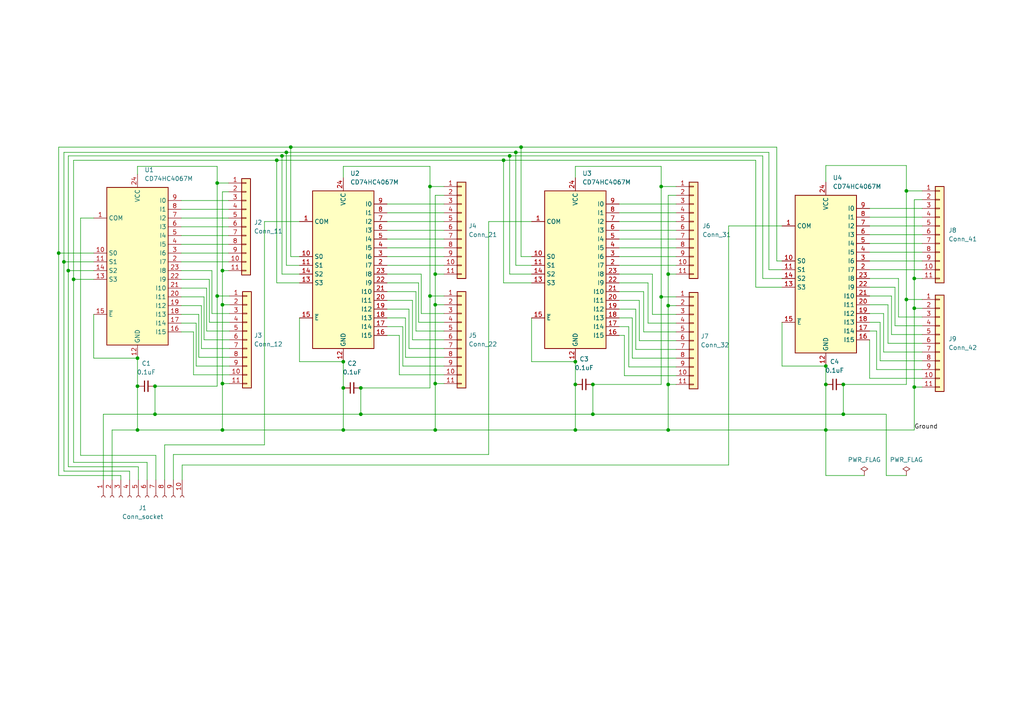
<source format=kicad_sch>
(kicad_sch (version 20211123) (generator eeschema)
  (paper "A4")
  (lib_symbols
    (symbol "74xx:CD74HC4067M"
      (property "Reference" "U" (at -8.89 22.86 0))
      (property "Value" "CD74HC4067M" (at 1.27 22.86 0))
      (symbol "CD74HC4067M_0_1"
        (rectangle (start -8.89 21.59) (end 8.89 -24.13) (stroke (width 0.254)) (fill (type background)))
      )
      (symbol "CD74HC4067M_1_1"
        (pin passive line (at -12.7 12.7 0) (length 3.81) (name "COM") (number "1"))
        (pin input line (at -12.7 2.54 0) (length 3.81) (name "S0") (number "10"))
        (pin input line (at -12.7 0 0) (length 3.81) (name "S1") (number "11"))
        (pin power_in line (at 0 -27.94 90) (length 3.81) (name "GND") (number "12"))
        (pin input line (at -12.7 -5.08 0) (length 3.81) (name "S3") (number "13"))
        (pin input line (at -12.7 -2.54 0) (length 3.81) (name "S2") (number "14"))
        (pin input line (at -12.7 -15.24 0) (length 3.81) (name "~{E}") (number "15"))
        (pin passive line (at 12.7 -20.32 180) (length 3.81) (name "I15") (number "16"))
        (pin passive line (at 12.7 -17.78 180) (length 3.81) (name "I14") (number "17"))
        (pin passive line (at 12.7 -15.24 180) (length 3.81) (name "I13") (number "18"))
        (pin passive line (at 12.7 -12.7 180) (length 3.81) (name "I12") (number "19"))
        (pin passive line (at 12.7 0 180) (length 3.81) (name "I7") (number "2"))
        (pin passive line (at 12.7 -10.16 180) (length 3.81) (name "I11") (number "20"))
        (pin passive line (at 12.7 -7.62 180) (length 3.81) (name "I10") (number "21"))
        (pin passive line (at 12.7 -5.08 180) (length 3.81) (name "I9") (number "22"))
        (pin passive line (at 12.7 -2.54 180) (length 3.81) (name "I8") (number "23"))
        (pin power_in line (at 0 25.4 270) (length 3.81) (name "VCC") (number "24"))
        (pin passive line (at 12.7 2.54 180) (length 3.81) (name "I6") (number "3"))
        (pin passive line (at 12.7 5.08 180) (length 3.81) (name "I5") (number "4"))
        (pin passive line (at 12.7 7.62 180) (length 3.81) (name "I4") (number "5"))
        (pin passive line (at 12.7 10.16 180) (length 3.81) (name "I3") (number "6"))
        (pin passive line (at 12.7 12.7 180) (length 3.81) (name "I2") (number "7"))
        (pin passive line (at 12.7 15.24 180) (length 3.81) (name "I1") (number "8"))
        (pin passive line (at 12.7 17.78 180) (length 3.81) (name "I0") (number "9"))
      )
    )
    (symbol "Connector:Conn_01x10_Female" (pin_names (offset 1.016) hide)
      (property "Reference" "J" (at 0 12.7 0))
      (property "Value" "Conn_01x10_Female" (at 0 -15.24 0))
      (symbol "Conn_01x10_Female_1_1"
        (arc (start 0 -12.192) (mid -0.508 -12.7) (end 0 -13.208) (stroke (width 0.1524)))
        (arc (start 0 -9.652) (mid -0.508 -10.16) (end 0 -10.668) (stroke (width 0.1524)))
        (arc (start 0 -7.112) (mid -0.508 -7.62) (end 0 -8.128) (stroke (width 0.1524)))
        (arc (start 0 -4.572) (mid -0.508 -5.08) (end 0 -5.588) (stroke (width 0.1524)))
        (arc (start 0 -2.032) (mid -0.508 -2.54) (end 0 -3.048) (stroke (width 0.1524)))
        (polyline (pts (xy -1.27 -12.7) (xy -0.508 -12.7)) (stroke (width 0.1524)))
        (polyline (pts (xy -1.27 -10.16) (xy -0.508 -10.16)) (stroke (width 0.1524)))
        (polyline (pts (xy -1.27 -7.62) (xy -0.508 -7.62)) (stroke (width 0.1524)))
        (polyline (pts (xy -1.27 -5.08) (xy -0.508 -5.08)) (stroke (width 0.1524)))
        (polyline (pts (xy -1.27 -2.54) (xy -0.508 -2.54)) (stroke (width 0.1524)))
        (polyline (pts (xy -1.27 0) (xy -0.508 0)) (stroke (width 0.1524)))
        (polyline (pts (xy -1.27 2.54) (xy -0.508 2.54)) (stroke (width 0.1524)))
        (polyline (pts (xy -1.27 5.08) (xy -0.508 5.08)) (stroke (width 0.1524)))
        (polyline (pts (xy -1.27 7.62) (xy -0.508 7.62)) (stroke (width 0.1524)))
        (polyline (pts (xy -1.27 10.16) (xy -0.508 10.16)) (stroke (width 0.1524)))
        (arc (start 0 0.508) (mid -0.508 0) (end 0 -0.508) (stroke (width 0.1524)))
        (arc (start 0 3.048) (mid -0.508 2.54) (end 0 2.032) (stroke (width 0.1524)))
        (arc (start 0 5.588) (mid -0.508 5.08) (end 0 4.572) (stroke (width 0.1524)))
        (arc (start 0 8.128) (mid -0.508 7.62) (end 0 7.112) (stroke (width 0.1524)))
        (arc (start 0 10.668) (mid -0.508 10.16) (end 0 9.652) (stroke (width 0.1524)))
        (pin passive line (at -5.08 10.16 0) (length 3.81) (name "Pin_1") (number "1"))
        (pin passive line (at -5.08 -12.7 0) (length 3.81) (name "Pin_10") (number "10"))
        (pin passive line (at -5.08 7.62 0) (length 3.81) (name "Pin_2") (number "2"))
        (pin passive line (at -5.08 5.08 0) (length 3.81) (name "Pin_3") (number "3"))
        (pin passive line (at -5.08 2.54 0) (length 3.81) (name "Pin_4") (number "4"))
        (pin passive line (at -5.08 0 0) (length 3.81) (name "Pin_5") (number "5"))
        (pin passive line (at -5.08 -2.54 0) (length 3.81) (name "Pin_6") (number "6"))
        (pin passive line (at -5.08 -5.08 0) (length 3.81) (name "Pin_7") (number "7"))
        (pin passive line (at -5.08 -7.62 0) (length 3.81) (name "Pin_8") (number "8"))
        (pin passive line (at -5.08 -10.16 0) (length 3.81) (name "Pin_9") (number "9"))
      )
    )
    (symbol "Connector_Generic:Conn_01x11" (pin_names (offset 1.016) hide)
      (property "Reference" "J" (at 0 15.24 0))
      (property "Value" "Conn_01x11" (at 0 -15.24 0))
      (symbol "Conn_01x11_1_1"
        (rectangle (start -1.27 -12.573) (end 0 -12.827) (stroke (width 0.1524)))
        (rectangle (start -1.27 -10.033) (end 0 -10.287) (stroke (width 0.1524)))
        (rectangle (start -1.27 -7.493) (end 0 -7.747) (stroke (width 0.1524)))
        (rectangle (start -1.27 -4.953) (end 0 -5.207) (stroke (width 0.1524)))
        (rectangle (start -1.27 -2.413) (end 0 -2.667) (stroke (width 0.1524)))
        (rectangle (start -1.27 0.127) (end 0 -0.127) (stroke (width 0.1524)))
        (rectangle (start -1.27 2.667) (end 0 2.413) (stroke (width 0.1524)))
        (rectangle (start -1.27 5.207) (end 0 4.953) (stroke (width 0.1524)))
        (rectangle (start -1.27 7.747) (end 0 7.493) (stroke (width 0.1524)))
        (rectangle (start -1.27 10.287) (end 0 10.033) (stroke (width 0.1524)))
        (rectangle (start -1.27 12.827) (end 0 12.573) (stroke (width 0.1524)))
        (rectangle (start -1.27 13.97) (end 1.27 -13.97) (stroke (width 0.254)) (fill (type background)))
        (pin passive line (at -5.08 12.7 0) (length 3.81) (name "Pin_1") (number "1"))
        (pin passive line (at -5.08 -10.16 0) (length 3.81) (name "Pin_10") (number "10"))
        (pin passive line (at -5.08 -12.7 0) (length 3.81) (name "Pin_11") (number "11"))
        (pin passive line (at -5.08 10.16 0) (length 3.81) (name "Pin_2") (number "2"))
        (pin passive line (at -5.08 7.62 0) (length 3.81) (name "Pin_3") (number "3"))
        (pin passive line (at -5.08 5.08 0) (length 3.81) (name "Pin_4") (number "4"))
        (pin passive line (at -5.08 2.54 0) (length 3.81) (name "Pin_5") (number "5"))
        (pin passive line (at -5.08 0 0) (length 3.81) (name "Pin_6") (number "6"))
        (pin passive line (at -5.08 -2.54 0) (length 3.81) (name "Pin_7") (number "7"))
        (pin passive line (at -5.08 -5.08 0) (length 3.81) (name "Pin_8") (number "8"))
        (pin passive line (at -5.08 -7.62 0) (length 3.81) (name "Pin_9") (number "9"))
      )
    )
    (symbol "Device:C_Small" (pin_numbers hide) (pin_names (offset 0.254) hide)
      (property "Reference" "C" (at 0.254 1.778 0))
      (property "Value" "C_Small" (at 0.254 -2.032 0))
      (symbol "C_Small_0_1"
        (polyline (pts (xy -1.524 -0.508) (xy 1.524 -0.508)) (stroke (width 0.3302)))
        (polyline (pts (xy -1.524 0.508) (xy 1.524 0.508)) (stroke (width 0.3048)))
      )
      (symbol "C_Small_1_1"
        (pin passive line (at 0 2.54 270) (length 2.032) (name "~") (number "1"))
        (pin passive line (at 0 -2.54 90) (length 2.032) (name "~") (number "2"))
      )
    )
    (symbol "power:PWR_FLAG" (power) (pin_numbers hide) (pin_names (offset 0) hide)
      (property "Value" "PWR_FLAG" (at 0 3.81 0))
      (symbol "PWR_FLAG_0_0"
        (pin power_out line (at 0 0 90) (length 0) (name "pwr") (number "1"))
      )
      (symbol "PWR_FLAG_0_1"
        (polyline (pts (xy 0 0) (xy 0 1.27) (xy -1.016 1.905) (xy 0 2.54) (xy 1.016 1.905) (xy 0 1.27)))
      )
    )
  )
  (junction (at 171.958 120.142))
  (junction (at 239.522 124.714))
  (junction (at 62.992 85.852))
  (junction (at 239.522 106.172))
  (junction (at 262.89 86.868))
  (junction (at 146.05 46.482))
  (junction (at 80.264 46.482))
  (junction (at 166.878 104.902))
  (junction (at 39.878 103.886))
  (junction (at 21.336 81.026))
  (junction (at 124.714 54.102))
  (junction (at 126.238 79.502))
  (junction (at 64.516 78.486))
  (junction (at 265.176 89.408))
  (junction (at 83.058 44.196))
  (junction (at 104.648 112.522))
  (junction (at 126.238 88.392))
  (junction (at 239.522 111.506))
  (junction (at 193.802 124.714))
  (junction (at 166.878 111.506))
  (junction (at 265.176 112.268))
  (junction (at 149.606 44.196))
  (junction (at 99.568 112.522))
  (junction (at 39.878 112.014))
  (junction (at 193.802 111.506))
  (junction (at 64.516 124.714))
  (junction (at 64.516 111.252))
  (junction (at 104.648 120.142))
  (junction (at 126.238 124.714))
  (junction (at 84.328 42.672))
  (junction (at 265.176 80.772))
  (junction (at 81.788 45.212))
  (junction (at 39.878 124.714))
  (junction (at 193.802 79.502))
  (junction (at 124.714 85.852))
  (junction (at 17.018 73.406))
  (junction (at 191.77 86.106))
  (junction (at 171.958 111.506))
  (junction (at 64.516 88.392))
  (junction (at 99.568 104.902))
  (junction (at 166.878 124.714))
  (junction (at 44.958 120.142))
  (junction (at 126.238 111.252))
  (junction (at 193.802 88.646))
  (junction (at 191.77 54.102))
  (junction (at 19.812 78.486))
  (junction (at 151.13 42.672))
  (junction (at 244.602 120.142))
  (junction (at 18.542 75.946))
  (junction (at 147.828 45.212))
  (junction (at 62.992 53.086))
  (junction (at 262.89 55.372))
  (junction (at 99.568 124.714))
  (junction (at 244.602 111.506))
  (junction (at 44.958 112.014))
  (wire (pts (xy 259.588 94.488) (xy 267.462 94.488)))
  (wire (pts (xy 128.778 54.102) (xy 124.714 54.102)))
  (wire (pts (xy 252.222 73.152) (xy 267.462 73.152)))
  (wire (pts (xy 17.018 42.672) (xy 17.018 73.406)))
  (wire (pts (xy 118.618 89.662) (xy 118.618 101.092)))
  (wire (pts (xy 52.578 70.866) (xy 66.294 70.866)))
  (wire (pts (xy 196.088 54.102) (xy 191.77 54.102)))
  (wire (pts (xy 86.868 92.202) (xy 86.868 104.902)))
  (wire (pts (xy 166.878 48.26) (xy 191.77 48.26)))
  (wire (pts (xy 17.018 137.922) (xy 35.052 137.922)))
  (wire (pts (xy 267.462 102.108) (xy 256.286 102.108)))
  (wire (pts (xy 226.822 65.532) (xy 211.328 65.532)))
  (wire (pts (xy 18.542 136.652) (xy 18.542 75.946)))
  (wire (pts (xy 59.944 83.566) (xy 52.578 83.566)))
  (wire (pts (xy 17.018 73.406) (xy 17.018 137.922)))
  (wire (pts (xy 196.088 56.642) (xy 193.802 56.642)))
  (wire (pts (xy 179.578 82.042) (xy 187.96 82.042)))
  (wire (pts (xy 154.178 64.262) (xy 141.732 64.262)))
  (wire (pts (xy 151.13 74.422) (xy 151.13 42.672)))
  (wire (pts (xy 66.548 103.632) (xy 57.658 103.632)))
  (wire (pts (xy 104.648 112.522) (xy 104.648 120.142)))
  (wire (pts (xy 166.878 104.902) (xy 154.178 104.902)))
  (wire (pts (xy 226.822 80.772) (xy 221.234 80.772)))
  (wire (pts (xy 39.878 48.26) (xy 62.992 48.26)))
  (wire (pts (xy 42.672 139.192) (xy 42.672 134.112)))
  (wire (pts (xy 252.222 83.312) (xy 259.588 83.312)))
  (wire (pts (xy 23.368 132.08) (xy 45.212 132.08)))
  (wire (pts (xy 147.828 45.212) (xy 81.788 45.212)))
  (wire (pts (xy 193.802 79.502) (xy 193.802 88.646)))
  (wire (pts (xy 119.634 87.122) (xy 112.268 87.122)))
  (wire (pts (xy 128.778 98.552) (xy 119.634 98.552)))
  (wire (pts (xy 265.176 57.912) (xy 265.176 80.772)))
  (wire (pts (xy 193.802 111.506) (xy 193.802 124.714)))
  (wire (pts (xy 115.824 97.282) (xy 112.268 97.282)))
  (wire (pts (xy 252.222 98.552) (xy 252.222 109.728)))
  (wire (pts (xy 57.658 103.632) (xy 57.658 91.186)))
  (wire (pts (xy 52.578 58.166) (xy 66.294 58.166)))
  (wire (pts (xy 122.174 90.932) (xy 128.778 90.932)))
  (wire (pts (xy 141.732 64.262) (xy 141.732 131.826)))
  (wire (pts (xy 86.868 64.262) (xy 76.708 64.262)))
  (wire (pts (xy 37.592 139.192) (xy 37.592 136.652)))
  (wire (pts (xy 219.202 83.312) (xy 219.202 46.482)))
  (wire (pts (xy 59.182 86.106) (xy 52.578 86.106)))
  (wire (pts (xy 223.012 78.232) (xy 223.012 44.196)))
  (wire (pts (xy 19.812 135.382) (xy 40.132 135.382)))
  (wire (pts (xy 52.832 134.874) (xy 52.832 139.192)))
  (wire (pts (xy 57.658 91.186) (xy 52.578 91.186)))
  (wire (pts (xy 262.89 137.922) (xy 257.048 137.922)))
  (wire (pts (xy 39.878 112.014) (xy 39.878 124.714)))
  (wire (pts (xy 252.222 88.392) (xy 257.556 88.392)))
  (wire (pts (xy 252.222 60.452) (xy 267.462 60.452)))
  (wire (pts (xy 17.018 73.406) (xy 27.178 73.406)))
  (wire (pts (xy 221.234 80.772) (xy 221.234 45.212)))
  (wire (pts (xy 56.896 93.726) (xy 56.896 106.172)))
  (wire (pts (xy 179.578 76.962) (xy 196.088 76.962)))
  (wire (pts (xy 47.752 129.032) (xy 76.708 129.032)))
  (wire (pts (xy 223.012 44.196) (xy 149.606 44.196)))
  (wire (pts (xy 244.602 120.142) (xy 257.048 120.142)))
  (wire (pts (xy 52.832 134.874) (xy 211.328 134.874)))
  (wire (pts (xy 61.468 90.932) (xy 61.468 78.486)))
  (wire (pts (xy 265.176 112.268) (xy 267.462 112.268)))
  (wire (pts (xy 265.176 89.408) (xy 267.462 89.408)))
  (wire (pts (xy 66.548 90.932) (xy 61.468 90.932)))
  (wire (pts (xy 252.222 62.992) (xy 267.462 62.992)))
  (wire (pts (xy 225.298 42.672) (xy 151.13 42.672)))
  (wire (pts (xy 262.89 55.372) (xy 262.89 86.868)))
  (wire (pts (xy 252.222 78.232) (xy 267.462 78.232)))
  (wire (pts (xy 66.548 96.012) (xy 59.944 96.012)))
  (wire (pts (xy 265.176 89.408) (xy 265.176 112.268)))
  (wire (pts (xy 179.578 59.182) (xy 196.088 59.182)))
  (wire (pts (xy 52.578 60.706) (xy 66.294 60.706)))
  (wire (pts (xy 124.714 48.26) (xy 124.714 54.102)))
  (wire (pts (xy 181.102 97.282) (xy 179.578 97.282)))
  (wire (pts (xy 252.222 75.692) (xy 267.462 75.692)))
  (wire (pts (xy 81.788 79.502) (xy 86.868 79.502)))
  (wire (pts (xy 126.238 79.502) (xy 128.778 79.502)))
  (wire (pts (xy 86.868 82.042) (xy 80.264 82.042)))
  (wire (pts (xy 196.088 91.186) (xy 189.23 91.186)))
  (wire (pts (xy 21.336 46.482) (xy 21.336 81.026)))
  (wire (pts (xy 83.058 44.196) (xy 18.542 44.196)))
  (wire (pts (xy 154.178 79.502) (xy 147.828 79.502)))
  (wire (pts (xy 256.286 102.108) (xy 256.286 90.932)))
  (wire (pts (xy 66.294 55.626) (xy 64.516 55.626)))
  (wire (pts (xy 66.548 98.552) (xy 59.182 98.552)))
  (wire (pts (xy 257.048 137.922) (xy 257.048 120.142)))
  (wire (pts (xy 99.568 48.26) (xy 124.714 48.26)))
  (wire (pts (xy 112.268 69.342) (xy 128.778 69.342)))
  (wire (pts (xy 86.868 104.902) (xy 99.568 104.902)))
  (wire (pts (xy 166.878 124.714) (xy 193.802 124.714)))
  (wire (pts (xy 121.412 93.472) (xy 121.412 82.042)))
  (wire (pts (xy 29.972 120.142) (xy 29.972 139.192)))
  (wire (pts (xy 56.134 108.712) (xy 66.548 108.712)))
  (wire (pts (xy 226.822 75.692) (xy 225.298 75.692)))
  (wire (pts (xy 171.958 111.506) (xy 171.958 120.142)))
  (wire (pts (xy 117.602 92.202) (xy 112.268 92.202)))
  (wire (pts (xy 81.788 45.212) (xy 81.788 79.502)))
  (wire (pts (xy 265.176 112.268) (xy 265.176 124.714)))
  (wire (pts (xy 32.512 124.714) (xy 32.512 139.192)))
  (wire (pts (xy 62.992 85.852) (xy 62.992 112.014)))
  (wire (pts (xy 252.222 65.532) (xy 267.462 65.532)))
  (wire (pts (xy 151.13 42.672) (xy 84.328 42.672)))
  (wire (pts (xy 183.388 103.886) (xy 183.388 92.202)))
  (wire (pts (xy 211.328 65.532) (xy 211.328 134.874)))
  (wire (pts (xy 182.372 106.426) (xy 196.088 106.426)))
  (wire (pts (xy 179.578 64.262) (xy 196.088 64.262)))
  (wire (pts (xy 258.572 97.028) (xy 258.572 85.852)))
  (wire (pts (xy 128.778 56.642) (xy 126.238 56.642)))
  (wire (pts (xy 52.578 68.326) (xy 66.294 68.326)))
  (wire (pts (xy 27.178 103.886) (xy 39.878 103.886)))
  (wire (pts (xy 60.706 93.472) (xy 60.706 81.026)))
  (wire (pts (xy 191.77 86.106) (xy 196.088 86.106)))
  (wire (pts (xy 226.822 83.312) (xy 219.202 83.312)))
  (wire (pts (xy 196.088 111.506) (xy 193.802 111.506)))
  (wire (pts (xy 254.254 107.188) (xy 254.254 96.012)))
  (wire (pts (xy 193.802 56.642) (xy 193.802 79.502)))
  (wire (pts (xy 99.568 112.522) (xy 99.568 124.714)))
  (wire (pts (xy 267.462 91.948) (xy 260.604 91.948)))
  (wire (pts (xy 226.822 93.472) (xy 226.822 106.172)))
  (wire (pts (xy 112.268 94.742) (xy 116.84 94.742)))
  (wire (pts (xy 112.268 79.502) (xy 122.174 79.502)))
  (wire (pts (xy 56.134 96.266) (xy 56.134 108.712)))
  (wire (pts (xy 166.878 124.714) (xy 126.238 124.714)))
  (wire (pts (xy 112.268 71.882) (xy 128.778 71.882)))
  (wire (pts (xy 219.202 46.482) (xy 146.05 46.482)))
  (wire (pts (xy 226.822 78.232) (xy 223.012 78.232)))
  (wire (pts (xy 47.752 139.192) (xy 47.752 129.032)))
  (wire (pts (xy 179.578 69.342) (xy 196.088 69.342)))
  (wire (pts (xy 252.222 68.072) (xy 267.462 68.072)))
  (wire (pts (xy 66.294 53.086) (xy 62.992 53.086)))
  (wire (pts (xy 62.992 85.852) (xy 66.548 85.852)))
  (wire (pts (xy 154.178 74.422) (xy 151.13 74.422)))
  (wire (pts (xy 262.89 86.868) (xy 262.89 111.506)))
  (wire (pts (xy 147.828 79.502) (xy 147.828 45.212)))
  (wire (pts (xy 255.27 104.648) (xy 267.462 104.648)))
  (wire (pts (xy 191.77 54.102) (xy 191.77 86.106)))
  (wire (pts (xy 62.992 48.26) (xy 62.992 53.086)))
  (wire (pts (xy 255.27 93.472) (xy 255.27 104.648)))
  (wire (pts (xy 80.264 82.042) (xy 80.264 46.482)))
  (wire (pts (xy 166.878 111.506) (xy 166.878 124.714)))
  (wire (pts (xy 189.23 79.502) (xy 179.578 79.502)))
  (wire (pts (xy 185.42 98.806) (xy 196.088 98.806)))
  (wire (pts (xy 116.84 106.172) (xy 128.778 106.172)))
  (wire (pts (xy 52.578 96.266) (xy 56.134 96.266)))
  (wire (pts (xy 39.878 103.886) (xy 39.878 112.014)))
  (wire (pts (xy 23.368 63.246) (xy 23.368 132.08)))
  (wire (pts (xy 250.698 137.922) (xy 239.522 137.922)))
  (wire (pts (xy 112.268 89.662) (xy 118.618 89.662)))
  (wire (pts (xy 187.96 93.726) (xy 196.088 93.726)))
  (wire (pts (xy 119.634 98.552) (xy 119.634 87.122)))
  (wire (pts (xy 44.958 120.142) (xy 104.648 120.142)))
  (wire (pts (xy 35.052 137.922) (xy 35.052 139.192)))
  (wire (pts (xy 193.802 88.646) (xy 196.088 88.646)))
  (wire (pts (xy 84.328 42.672) (xy 17.018 42.672)))
  (wire (pts (xy 58.42 101.092) (xy 66.548 101.092)))
  (wire (pts (xy 37.592 136.652) (xy 18.542 136.652)))
  (wire (pts (xy 19.812 78.486) (xy 27.178 78.486)))
  (wire (pts (xy 196.088 103.886) (xy 183.388 103.886)))
  (wire (pts (xy 179.578 94.742) (xy 182.372 94.742)))
  (wire (pts (xy 265.176 80.772) (xy 267.462 80.772)))
  (wire (pts (xy 221.234 45.212) (xy 147.828 45.212)))
  (wire (pts (xy 62.992 53.086) (xy 62.992 85.852)))
  (wire (pts (xy 226.822 106.172) (xy 239.522 106.172)))
  (wire (pts (xy 64.516 78.486) (xy 66.294 78.486)))
  (wire (pts (xy 61.468 78.486) (xy 52.578 78.486)))
  (wire (pts (xy 18.542 44.196) (xy 18.542 75.946)))
  (wire (pts (xy 267.462 57.912) (xy 265.176 57.912)))
  (wire (pts (xy 104.648 112.522) (xy 124.714 112.522)))
  (wire (pts (xy 149.606 76.962) (xy 154.178 76.962)))
  (wire (pts (xy 116.84 94.742) (xy 116.84 106.172)))
  (wire (pts (xy 99.568 124.714) (xy 64.516 124.714)))
  (wire (pts (xy 181.102 108.966) (xy 181.102 97.282)))
  (wire (pts (xy 27.178 63.246) (xy 23.368 63.246)))
  (wire (pts (xy 196.088 108.966) (xy 181.102 108.966)))
  (wire (pts (xy 76.708 64.262) (xy 76.708 129.032)))
  (wire (pts (xy 112.268 84.582) (xy 120.65 84.582)))
  (wire (pts (xy 27.178 91.186) (xy 27.178 103.886)))
  (wire (pts (xy 126.238 79.502) (xy 126.238 88.392)))
  (wire (pts (xy 112.268 66.802) (xy 128.778 66.802)))
  (wire (pts (xy 267.462 55.372) (xy 262.89 55.372)))
  (wire (pts (xy 179.578 66.802) (xy 196.088 66.802)))
  (wire (pts (xy 254.254 96.012) (xy 252.222 96.012)))
  (wire (pts (xy 18.542 75.946) (xy 27.178 75.946)))
  (wire (pts (xy 258.572 85.852) (xy 252.222 85.852)))
  (wire (pts (xy 183.388 92.202) (xy 179.578 92.202)))
  (wire (pts (xy 146.05 46.482) (xy 146.05 82.042)))
  (wire (pts (xy 265.176 80.772) (xy 265.176 89.408)))
  (wire (pts (xy 124.714 54.102) (xy 124.714 85.852)))
  (wire (pts (xy 259.588 83.312) (xy 259.588 94.488)))
  (wire (pts (xy 64.516 88.392) (xy 64.516 111.252)))
  (wire (pts (xy 128.778 93.472) (xy 121.412 93.472)))
  (wire (pts (xy 239.522 124.714) (xy 265.176 124.714)))
  (wire (pts (xy 239.522 106.172) (xy 239.522 111.506)))
  (wire (pts (xy 239.522 124.714) (xy 193.802 124.714)))
  (wire (pts (xy 64.516 111.252) (xy 64.516 124.714)))
  (wire (pts (xy 146.05 82.042) (xy 154.178 82.042)))
  (wire (pts (xy 86.868 74.422) (xy 84.328 74.422)))
  (wire (pts (xy 121.412 82.042) (xy 112.268 82.042)))
  (wire (pts (xy 52.578 88.646) (xy 58.42 88.646)))
  (wire (pts (xy 66.548 93.472) (xy 60.706 93.472)))
  (wire (pts (xy 64.516 88.392) (xy 66.548 88.392)))
  (wire (pts (xy 59.944 96.012) (xy 59.944 83.566)))
  (wire (pts (xy 260.604 80.772) (xy 252.222 80.772)))
  (wire (pts (xy 112.268 59.182) (xy 128.778 59.182)))
  (wire (pts (xy 83.058 44.196) (xy 149.606 44.196)))
  (wire (pts (xy 39.878 124.714) (xy 64.516 124.714)))
  (wire (pts (xy 42.672 134.112) (xy 21.336 134.112)))
  (wire (pts (xy 126.238 88.392) (xy 128.778 88.392)))
  (wire (pts (xy 166.878 104.902) (xy 166.878 111.506)))
  (wire (pts (xy 86.868 76.962) (xy 83.058 76.962)))
  (wire (pts (xy 126.238 124.714) (xy 99.568 124.714)))
  (wire (pts (xy 256.286 90.932) (xy 252.222 90.932)))
  (wire (pts (xy 186.69 84.582) (xy 179.578 84.582)))
  (wire (pts (xy 179.578 87.122) (xy 185.42 87.122)))
  (wire (pts (xy 64.516 78.486) (xy 64.516 88.392)))
  (wire (pts (xy 44.958 120.142) (xy 29.972 120.142)))
  (wire (pts (xy 239.522 137.922) (xy 239.522 124.714)))
  (wire (pts (xy 99.568 51.562) (xy 99.568 48.26)))
  (wire (pts (xy 45.212 132.08) (xy 45.212 139.192)))
  (wire (pts (xy 262.89 48.006) (xy 262.89 55.372)))
  (wire (pts (xy 52.578 65.786) (xy 66.294 65.786)))
  (wire (pts (xy 184.404 101.346) (xy 196.088 101.346)))
  (wire (pts (xy 260.604 91.948) (xy 260.604 80.772)))
  (wire (pts (xy 118.618 101.092) (xy 128.778 101.092)))
  (wire (pts (xy 39.878 124.714) (xy 32.512 124.714)))
  (wire (pts (xy 149.606 44.196) (xy 149.606 76.962)))
  (wire (pts (xy 189.23 91.186) (xy 189.23 79.502)))
  (wire (pts (xy 52.578 93.726) (xy 56.896 93.726)))
  (wire (pts (xy 244.602 111.506) (xy 262.89 111.506)))
  (wire (pts (xy 99.568 104.902) (xy 99.568 112.522)))
  (wire (pts (xy 27.178 81.026) (xy 21.336 81.026)))
  (wire (pts (xy 58.42 88.646) (xy 58.42 101.092)))
  (wire (pts (xy 80.264 46.482) (xy 21.336 46.482)))
  (wire (pts (xy 257.556 99.568) (xy 267.462 99.568)))
  (wire (pts (xy 257.556 88.392) (xy 257.556 99.568)))
  (wire (pts (xy 19.812 78.486) (xy 19.812 135.382)))
  (wire (pts (xy 112.268 74.422) (xy 128.778 74.422)))
  (wire (pts (xy 239.522 48.006) (xy 262.89 48.006)))
  (wire (pts (xy 80.264 46.482) (xy 146.05 46.482)))
  (wire (pts (xy 171.958 120.142) (xy 244.602 120.142)))
  (wire (pts (xy 64.516 111.252) (xy 66.548 111.252)))
  (wire (pts (xy 239.522 111.506) (xy 239.522 124.714)))
  (wire (pts (xy 126.238 111.252) (xy 128.778 111.252)))
  (wire (pts (xy 185.42 87.122) (xy 185.42 98.806)))
  (wire (pts (xy 124.714 85.852) (xy 128.778 85.852)))
  (wire (pts (xy 64.516 55.626) (xy 64.516 78.486)))
  (wire (pts (xy 267.462 86.868) (xy 262.89 86.868)))
  (wire (pts (xy 166.878 51.562) (xy 166.878 48.26)))
  (wire (pts (xy 126.238 111.252) (xy 126.238 124.714)))
  (wire (pts (xy 44.958 112.014) (xy 62.992 112.014)))
  (wire (pts (xy 186.69 96.266) (xy 186.69 84.582)))
  (wire (pts (xy 19.812 45.212) (xy 81.788 45.212)))
  (wire (pts (xy 59.182 98.552) (xy 59.182 86.106)))
  (wire (pts (xy 112.268 64.262) (xy 128.778 64.262)))
  (wire (pts (xy 128.778 103.632) (xy 117.602 103.632)))
  (wire (pts (xy 112.268 61.722) (xy 128.778 61.722)))
  (wire (pts (xy 193.802 79.502) (xy 196.088 79.502)))
  (wire (pts (xy 84.328 74.422) (xy 84.328 42.672)))
  (wire (pts (xy 56.896 106.172) (xy 66.548 106.172)))
  (wire (pts (xy 60.706 81.026) (xy 52.578 81.026)))
  (wire (pts (xy 52.578 73.406) (xy 66.294 73.406)))
  (wire (pts (xy 184.404 89.662) (xy 184.404 101.346)))
  (wire (pts (xy 126.238 88.392) (xy 126.238 111.252)))
  (wire (pts (xy 225.298 75.692) (xy 225.298 42.672)))
  (wire (pts (xy 154.178 104.902) (xy 154.178 92.202)))
  (wire (pts (xy 21.336 134.112) (xy 21.336 81.026)))
  (wire (pts (xy 171.958 111.506) (xy 191.77 111.506)))
  (wire (pts (xy 52.578 75.946) (xy 66.294 75.946)))
  (wire (pts (xy 112.268 76.962) (xy 128.778 76.962)))
  (wire (pts (xy 44.958 112.014) (xy 44.958 120.142)))
  (wire (pts (xy 171.958 120.142) (xy 104.648 120.142)))
  (wire (pts (xy 191.77 48.26) (xy 191.77 54.102)))
  (wire (pts (xy 252.222 93.472) (xy 255.27 93.472)))
  (wire (pts (xy 120.65 96.012) (xy 128.778 96.012)))
  (wire (pts (xy 244.602 111.506) (xy 244.602 120.142)))
  (wire (pts (xy 128.778 108.712) (xy 115.824 108.712)))
  (wire (pts (xy 252.222 70.612) (xy 267.462 70.612)))
  (wire (pts (xy 40.132 135.382) (xy 40.132 139.192)))
  (wire (pts (xy 179.578 74.422) (xy 196.088 74.422)))
  (wire (pts (xy 50.292 131.826) (xy 141.732 131.826)))
  (wire (pts (xy 239.522 52.832) (xy 239.522 48.006)))
  (wire (pts (xy 179.578 71.882) (xy 196.088 71.882)))
  (wire (pts (xy 126.238 56.642) (xy 126.238 79.502)))
  (wire (pts (xy 191.77 86.106) (xy 191.77 111.506)))
  (wire (pts (xy 39.878 50.546) (xy 39.878 48.26)))
  (wire (pts (xy 267.462 107.188) (xy 254.254 107.188)))
  (wire (pts (xy 83.058 76.962) (xy 83.058 44.196)))
  (wire (pts (xy 120.65 84.582) (xy 120.65 96.012)))
  (wire (pts (xy 187.96 82.042) (xy 187.96 93.726)))
  (wire (pts (xy 182.372 94.742) (xy 182.372 106.426)))
  (wire (pts (xy 193.802 88.646) (xy 193.802 111.506)))
  (wire (pts (xy 179.578 89.662) (xy 184.404 89.662)))
  (wire (pts (xy 196.088 96.266) (xy 186.69 96.266)))
  (wire (pts (xy 124.714 85.852) (xy 124.714 112.522)))
  (wire (pts (xy 52.578 63.246) (xy 66.294 63.246)))
  (wire (pts (xy 50.292 139.192) (xy 50.292 131.826)))
  (wire (pts (xy 19.812 78.486) (xy 19.812 45.212)))
  (wire (pts (xy 267.462 97.028) (xy 258.572 97.028)))
  (wire (pts (xy 179.578 61.722) (xy 196.088 61.722)))
  (wire (pts (xy 252.222 109.728) (xy 267.462 109.728)))
  (wire (pts (xy 122.174 79.502) (xy 122.174 90.932)))
  (wire (pts (xy 115.824 108.712) (xy 115.824 97.282)))
  (wire (pts (xy 117.602 103.632) (xy 117.602 92.202)))
  (label "Ground" (at 265.176 124.714 0))
  (symbol (lib_id "Connector_Generic:Conn_01x11") (at 201.168 98.806 0) (unit 1)
    (property "Reference" "J7" (at 203.2 97.5359 0) (effects (justify left)))
    (property "Value" "Conn_32" (at 203.2 100.0759 0) (effects (justify left)))
    (property "Footprint" "Connector_JST:JST_XH_B11B-XH-A_1x11_P2.50mm_Vertical" (effects hide))
  )
  (symbol (lib_id "power:PWR_FLAG") (at 262.89 137.922 0) (unit 1)
    (property "Reference" "#FLG02" (effects hide))
    (property "Value" "PWR_FLAG" (at 262.89 133.35 0))
  )
  (symbol (lib_id "Connector_Generic:Conn_01x11") (at 133.858 66.802 0) (unit 1)
    (property "Reference" "J4" (at 135.89 65.5319 0) (effects (justify left)))
    (property "Value" "Conn_21" (at 135.89 68.0719 0) (effects (justify left)))
    (property "Footprint" "Connector_JST:JST_XH_B11B-XH-A_1x11_P2.50mm_Vertical" (effects hide))
  )
  (symbol (lib_id "Connector_Generic:Conn_01x11") (at 133.858 98.552 0) (unit 1)
    (property "Reference" "J5" (at 135.89 97.2819 0) (effects (justify left)))
    (property "Value" "Conn_22" (at 135.89 99.8219 0) (effects (justify left)))
    (property "Footprint" "Connector_JST:JST_XH_B11B-XH-A_1x11_P2.50mm_Vertical" (effects hide))
  )
  (symbol (lib_id "Connector_Generic:Conn_01x11") (at 71.374 65.786 0) (unit 1)
    (property "Reference" "J2" (at 73.66 64.5159 0) (effects (justify left)))
    (property "Value" "Conn_11" (at 73.66 67.0559 0) (effects (justify left)))
    (property "Footprint" "Connector_JST:JST_XH_B11B-XH-A_1x11_P2.50mm_Vertical" (effects hide))
  )
  (symbol (lib_id "Connector_Generic:Conn_01x11") (at 71.628 98.552 0) (unit 1)
    (property "Reference" "J3" (at 73.66 97.2819 0) (effects (justify left)))
    (property "Value" "Conn_12" (at 73.66 99.8219 0) (effects (justify left)))
    (property "Footprint" "Connector_JST:JST_XH_B11B-XH-A_1x11_P2.50mm_Vertical" (effects hide))
  )
  (symbol (lib_id "74xx:CD74HC4067M") (at 99.568 76.962 0) (unit 1)
    (property "Reference" "U2" (at 101.5874 50.292 0) (effects (justify left)))
    (property "Value" "CD74HC4067M" (at 101.5874 52.832 0) (effects (justify left)))
    (property "Footprint" "Package_DIP:DIP-24_W15.24mm_Socket_LongPads" (effects hide))
    (property "Datasheet" "http://www.ti.com/lit/ds/symlink/cd74hc4067.pdf" (effects hide))
  )
  (symbol (lib_id "Device:C_Small") (at 102.108 112.522 90) (unit 1)
    (property "Reference" "C2" (at 102.1143 105.41 90))
    (property "Value" "0.1uF" (at 102.1143 107.95 90))
    (property "Footprint" "Capacitor_THT:C_Rect_L4.6mm_W3.0mm_P2.50mm_MKS02_FKP02" (effects hide))
  )
  (symbol (lib_id "power:PWR_FLAG") (at 250.698 137.922 0) (unit 1)
    (property "Reference" "#FLG01" (effects hide))
    (property "Value" "PWR_FLAG" (at 250.698 133.35 0))
  )
  (symbol (lib_id "Connector:Conn_01x10_Female") (at 40.132 144.272 90) (mirror x) (unit 1)
    (property "Reference" "J1" (at 41.402 147.32 90))
    (property "Value" "Conn_socket" (at 41.402 149.86 90))
    (property "Footprint" "Connector_JST:JST_XH_B10B-XH-A_1x10_P2.50mm_Vertical" (effects hide))
  )
  (symbol (lib_id "74xx:CD74HC4067M") (at 166.878 76.962 0) (unit 1)
    (property "Reference" "U3" (at 168.8974 50.292 0) (effects (justify left)))
    (property "Value" "CD74HC4067M" (at 168.8974 52.832 0) (effects (justify left)))
    (property "Footprint" "Package_DIP:DIP-24_W15.24mm_Socket_LongPads" (effects hide))
    (property "Datasheet" "http://www.ti.com/lit/ds/symlink/cd74hc4067.pdf" (effects hide))
  )
  (symbol (lib_id "74xx:CD74HC4067M") (at 39.878 75.946 0) (unit 1)
    (property "Reference" "U1" (at 41.8974 49.276 0) (effects (justify left)))
    (property "Value" "CD74HC4067M" (at 41.8974 51.816 0) (effects (justify left)))
    (property "Footprint" "Package_DIP:DIP-24_W15.24mm_Socket_LongPads" (effects hide))
    (property "Datasheet" "http://www.ti.com/lit/ds/symlink/cd74hc4067.pdf" (effects hide))
  )
  (symbol (lib_id "Connector_Generic:Conn_01x11") (at 272.542 99.568 0) (unit 1)
    (property "Reference" "J9" (at 275.082 98.2979 0) (effects (justify left)))
    (property "Value" "Conn_42" (at 275.082 100.8379 0) (effects (justify left)))
    (property "Footprint" "Connector_JST:JST_XH_B11B-XH-A_1x11_P2.50mm_Vertical" (effects hide))
  )
  (symbol (lib_id "Connector_Generic:Conn_01x11") (at 272.542 68.072 0) (unit 1)
    (property "Reference" "J8" (at 275.082 66.8019 0) (effects (justify left)))
    (property "Value" "Conn_41" (at 275.082 69.3419 0) (effects (justify left)))
    (property "Footprint" "Connector_JST:JST_XH_B11B-XH-A_1x11_P2.50mm_Vertical" (effects hide))
  )
  (symbol (lib_id "Device:C_Small") (at 42.418 112.014 90) (unit 1)
    (property "Reference" "C1" (at 42.4243 105.41 90))
    (property "Value" "0.1uF" (at 42.4243 107.95 90))
    (property "Footprint" "Capacitor_THT:C_Rect_L4.6mm_W3.0mm_P2.50mm_MKS02_FKP02" (effects hide))
  )
  (symbol (lib_id "74xx:CD74HC4067M") (at 239.522 78.232 0) (unit 1)
    (property "Reference" "U4" (at 241.5414 51.562 0) (effects (justify left)))
    (property "Value" "CD74HC4067M" (at 241.5414 54.102 0) (effects (justify left)))
    (property "Footprint" "Package_DIP:DIP-24_W15.24mm_Socket_LongPads" (effects hide))
    (property "Datasheet" "http://www.ti.com/lit/ds/symlink/cd74hc4067.pdf" (effects hide))
  )
  (symbol (lib_id "Device:C_Small") (at 169.418 111.506 90) (unit 1)
    (property "Reference" "C3" (at 169.4243 104.14 90))
    (property "Value" "0.1uF" (at 169.4243 106.68 90))
    (property "Footprint" "Capacitor_THT:C_Rect_L4.6mm_W3.0mm_P2.50mm_MKS02_FKP02" (effects hide))
  )
  (symbol (lib_id "Device:C_Small") (at 242.062 111.506 90) (unit 1)
    (property "Reference" "C4" (at 242.0683 104.902 90))
    (property "Value" "0.1uF" (at 242.0683 107.442 90))
    (property "Footprint" "Capacitor_THT:C_Rect_L4.6mm_W3.0mm_P2.50mm_MKS02_FKP02" (effects hide))
  )
  (symbol (lib_id "Connector_Generic:Conn_01x11") (at 201.168 66.802 0) (unit 1)
    (property "Reference" "J6" (at 203.708 65.5319 0) (effects (justify left)))
    (property "Value" "Conn_31" (at 203.708 68.0719 0) (effects (justify left)))
    (property "Footprint" "Connector_JST:JST_XH_B11B-XH-A_1x11_P2.50mm_Vertical" (effects hide))
  )
)
</source>
